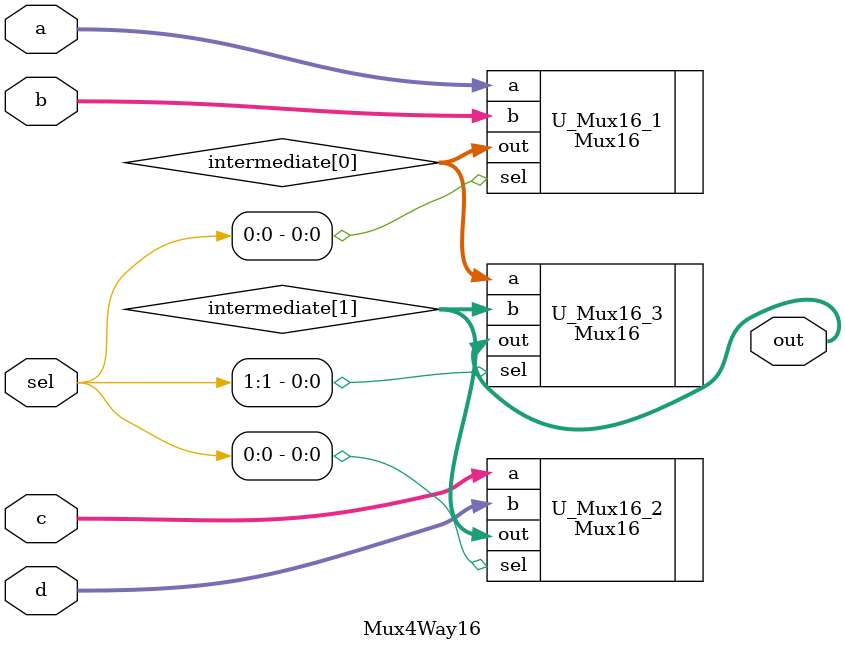
<source format=v>
`ifndef MUX4WAY16_V
`define MUX4WAY16_V

`include "Mux16.v"

module Mux4Way16(out, a, b, c, d, sel);

    input [15:0] a;
    input [15:0] b;
    input [15:0] c;
    input [15:0] d;
    input [1:0] sel;

    output [15:0] out;

    wire [15:0] intermediate [1:0];

    Mux16 U_Mux16_1(.out(intermediate[0]), .a(a), .b(b), .sel(sel[0]));
    Mux16 U_Mux16_2(.out(intermediate[1]), .a(c), .b(d), .sel(sel[0]));
    Mux16 U_Mux16_3(.out(out), .a(intermediate[0]), .b(intermediate[1]), .sel(sel[1]));

endmodule

`endif
</source>
